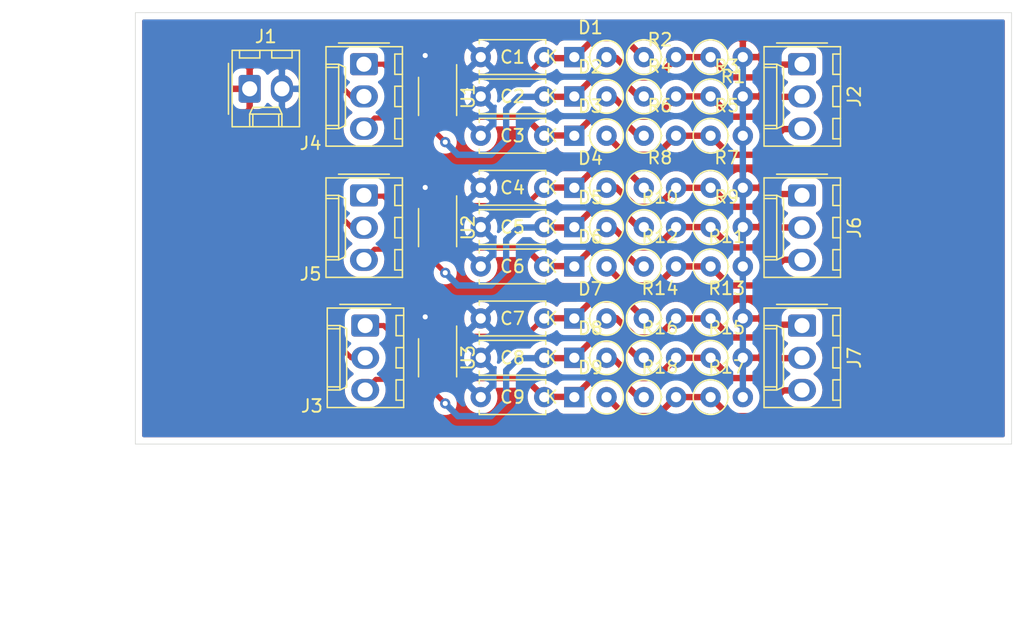
<source format=kicad_pcb>
(kicad_pcb (version 20171130) (host pcbnew 5.1.12-1.fc35)
  (layers (0 F.Cu signal) (31 B.Cu signal) (34 B.Paste user hide) (35 F.Paste user hide) (36 B.SilkS user) (37 F.SilkS user) (38 B.Mask user hide) (39 F.Mask user) (44 Edge.Cuts user))
  (net 0 "")
  (net 1 GND)
  (net 2 "Net-(J3-Pad3)")
  (net 3 "Net-(J3-Pad2)")
  (net 4 "Net-(J3-Pad1)")
  (net 5 /+5v)
  (net 6 VCC)
  (net 7 "Net-(C1-Pad2)")
  (net 8 "Net-(C2-Pad2)")
  (net 9 "Net-(C3-Pad2)")
  (net 10 "Net-(C4-Pad2)")
  (net 11 "Net-(C5-Pad2)")
  (net 12 "Net-(C6-Pad2)")
  (net 13 "Net-(C7-Pad2)")
  (net 14 "Net-(C8-Pad2)")
  (net 15 "Net-(C9-Pad2)")
  (net 16 "Net-(D1-Pad2)")
  (net 17 "Net-(D2-Pad2)")
  (net 18 "Net-(D3-Pad2)")
  (net 19 "Net-(D4-Pad2)")
  (net 20 "Net-(D5-Pad2)")
  (net 21 "Net-(D6-Pad2)")
  (net 22 "Net-(D7-Pad2)")
  (net 23 "Net-(D8-Pad2)")
  (net 24 "Net-(D9-Pad2)")
  (net 25 "Net-(J4-Pad1)")
  (net 26 "Net-(J4-Pad2)")
  (net 27 "Net-(J4-Pad3)")
  (net 28 "Net-(J5-Pad3)")
  (net 29 "Net-(J5-Pad2)")
  (net 30 "Net-(J5-Pad1)")
  (module Capacitor_THT:C_Disc_D5.0mm_W2.5mm_P5.00mm (layer F.Cu) (at 198.2 59.5)
    (fp_text reference C1 (at 2.5 0) (layer F.SilkS))
    (fp_text value 100nF)
    (pad 2 thru_hole circle (at 5 0) (size 1.6 1.6) (drill 0.8) (layers *.Cu *.Mask) (net 7 "Net-(C1-Pad2)"))
    (pad 1 thru_hole circle (at 0 0) (size 1.6 1.6) (drill 0.8) (layers *.Cu *.Mask) (net 1 GND))
  )
  (module Package_SO:SSOP-8_2.95x2.8mm_P0.65mm (layer F.Cu) (at 194.8 62.6 270)
    (fp_text reference U1 (at 0 -2.4 90) (layer F.SilkS))
    (fp_text value 74LVC3G14)
    (pad 8 smd rect (at 1.7 -0.975 180) (size 0.3 1.6) (layers F.Cu F.Paste F.Mask) (net 6 VCC))
    (pad 7 smd rect (at 1.7 -0.325 180) (size 0.3 1.6) (layers F.Cu F.Paste F.Mask) (net 25 "Net-(J4-Pad1)"))
    (pad 6 smd rect (at 1.7 0.325 180) (size 0.3 1.6) (layers F.Cu F.Paste F.Mask) (net 8 "Net-(C2-Pad2)"))
    (pad 5 smd rect (at 1.7 0.975 180) (size 0.3 1.6) (layers F.Cu F.Paste F.Mask) (net 27 "Net-(J4-Pad3)"))
    (pad 4 smd rect (at -1.7 0.975 180) (size 0.3 1.6) (layers F.Cu F.Paste F.Mask) (net 1 GND))
    (pad 3 smd rect (at -1.7 0.325 180) (size 0.3 1.6) (layers F.Cu F.Paste F.Mask) (net 9 "Net-(C3-Pad2)"))
    (pad 2 smd rect (at -1.7 -0.325 180) (size 0.3 1.6) (layers F.Cu F.Paste F.Mask) (net 26 "Net-(J4-Pad2)"))
    (pad 1 smd rect (at -1.7 -0.975 180) (size 0.3 1.6) (layers F.Cu F.Paste F.Mask) (net 7 "Net-(C1-Pad2)"))
  )
  (module Resistor_THT:R_Axial_DIN0207_L6.3mm_D2.5mm_P2.54mm_Vertical (layer F.Cu) (at 216.3 59.5)
    (fp_text reference R1 (at 1.77 1.53) (layer F.SilkS))
    (fp_text value 82K)
    (pad 2 thru_hole oval (at 2.54 0) (size 1.6 1.6) (drill 0.8) (layers *.Cu *.Mask) (net 5 /+5v))
    (pad 1 thru_hole circle (at 0 0) (size 1.6 1.6) (drill 0.8) (layers *.Cu *.Mask) (net 16 "Net-(D1-Pad2)"))
  )
  (module Resistor_THT:R_Axial_DIN0207_L6.3mm_D2.5mm_P2.54mm_Vertical (layer F.Cu) (at 211.041166 59.5)
    (fp_text reference R2 (at 1.27 -1.37) (layer F.SilkS))
    (fp_text value 18K2)
    (pad 1 thru_hole circle (at 0 0) (size 1.6 1.6) (drill 0.8) (layers *.Cu *.Mask) (net 7 "Net-(C1-Pad2)"))
    (pad 2 thru_hole oval (at 2.54 0) (size 1.6 1.6) (drill 0.8) (layers *.Cu *.Mask) (net 16 "Net-(D1-Pad2)"))
  )
  (module Diode_THT:D_DO-35_SOD27_P2.54mm_Vertical_KathodeUp (layer F.Cu) (at 205.565833 59.5)
    (fp_text reference D1 (at 1.27 -2.326371) (layer F.SilkS))
    (fp_text value 1N4148)
    (fp_text user K (at -1.8 0) (layer F.SilkS))
    (pad 2 thru_hole oval (at 2.54 0) (size 1.6 1.6) (drill 0.8) (layers *.Cu *.Mask) (net 16 "Net-(D1-Pad2)"))
    (pad 1 thru_hole rect (at 0 0) (size 1.6 1.6) (drill 0.8) (layers *.Cu *.Mask) (net 7 "Net-(C1-Pad2)"))
  )
  (module Connector_Molex:Molex_KK-254_AE-6410-03A_1x03_P2.54mm_Vertical (layer F.Cu) (at 223.5 60.06 270)
    (fp_text reference J2 (at 2.54 -4.12 90) (layer F.SilkS))
    (fp_text value Sig_In)
    (pad 3 thru_hole oval (at 5.08 0 270) (size 1.74 2.19) (drill 1.19) (layers *.Cu *.Mask) (net 18 "Net-(D3-Pad2)"))
    (pad 2 thru_hole oval (at 2.54 0 270) (size 1.74 2.19) (drill 1.19) (layers *.Cu *.Mask) (net 17 "Net-(D2-Pad2)"))
    (pad 1 thru_hole roundrect (at 0 0 270) (size 1.74 2.19) (drill 1.19) (layers *.Cu *.Mask) (roundrect_rratio 0.143678) (net 16 "Net-(D1-Pad2)"))
  )
  (module Capacitor_THT:C_Disc_D5.0mm_W2.5mm_P5.00mm (layer F.Cu) (at 198.2 62.6)
    (fp_text reference C2 (at 2.5 0) (layer F.SilkS))
    (fp_text value 100nF)
    (pad 2 thru_hole circle (at 5 0) (size 1.6 1.6) (drill 0.8) (layers *.Cu *.Mask) (net 8 "Net-(C2-Pad2)"))
    (pad 1 thru_hole circle (at 0 0) (size 1.6 1.6) (drill 0.8) (layers *.Cu *.Mask) (net 1 GND))
  )
  (module Capacitor_THT:C_Disc_D5.0mm_W2.5mm_P5.00mm (layer F.Cu) (at 198.2 65.7)
    (fp_text reference C3 (at 2.5 0) (layer F.SilkS))
    (fp_text value 100nF)
    (pad 1 thru_hole circle (at 0 0) (size 1.6 1.6) (drill 0.8) (layers *.Cu *.Mask) (net 1 GND))
    (pad 2 thru_hole circle (at 5 0) (size 1.6 1.6) (drill 0.8) (layers *.Cu *.Mask) (net 9 "Net-(C3-Pad2)"))
  )
  (module Capacitor_THT:C_Disc_D5.0mm_W2.5mm_P5.00mm (layer F.Cu) (at 198.2 69.8)
    (fp_text reference C4 (at 2.5 0) (layer F.SilkS))
    (fp_text value 100nF)
    (pad 2 thru_hole circle (at 5 0) (size 1.6 1.6) (drill 0.8) (layers *.Cu *.Mask) (net 10 "Net-(C4-Pad2)"))
    (pad 1 thru_hole circle (at 0 0) (size 1.6 1.6) (drill 0.8) (layers *.Cu *.Mask) (net 1 GND))
  )
  (module Capacitor_THT:C_Disc_D5.0mm_W2.5mm_P5.00mm (layer F.Cu) (at 198.2 72.9)
    (fp_text reference C5 (at 2.5 0) (layer F.SilkS))
    (fp_text value 100nF)
    (pad 1 thru_hole circle (at 0 0) (size 1.6 1.6) (drill 0.8) (layers *.Cu *.Mask) (net 1 GND))
    (pad 2 thru_hole circle (at 5 0) (size 1.6 1.6) (drill 0.8) (layers *.Cu *.Mask) (net 11 "Net-(C5-Pad2)"))
  )
  (module Capacitor_THT:C_Disc_D5.0mm_W2.5mm_P5.00mm (layer F.Cu) (at 198.2 76)
    (fp_text reference C6 (at 2.5 0) (layer F.SilkS))
    (fp_text value 100nF)
    (pad 2 thru_hole circle (at 5 0) (size 1.6 1.6) (drill 0.8) (layers *.Cu *.Mask) (net 12 "Net-(C6-Pad2)"))
    (pad 1 thru_hole circle (at 0 0) (size 1.6 1.6) (drill 0.8) (layers *.Cu *.Mask) (net 1 GND))
  )
  (module Capacitor_THT:C_Disc_D5.0mm_W2.5mm_P5.00mm (layer F.Cu) (at 198.2 80.1)
    (fp_text reference C7 (at 2.5 0) (layer F.SilkS))
    (fp_text value 100nF)
    (pad 2 thru_hole circle (at 5 0) (size 1.6 1.6) (drill 0.8) (layers *.Cu *.Mask) (net 13 "Net-(C7-Pad2)"))
    (pad 1 thru_hole circle (at 0 0) (size 1.6 1.6) (drill 0.8) (layers *.Cu *.Mask) (net 1 GND))
  )
  (module Capacitor_THT:C_Disc_D5.0mm_W2.5mm_P5.00mm (layer F.Cu) (at 198.2 83.2)
    (fp_text reference C8 (at 2.5 0) (layer F.SilkS))
    (fp_text value 100nF)
    (pad 1 thru_hole circle (at 0 0) (size 1.6 1.6) (drill 0.8) (layers *.Cu *.Mask) (net 1 GND))
    (pad 2 thru_hole circle (at 5 0) (size 1.6 1.6) (drill 0.8) (layers *.Cu *.Mask) (net 14 "Net-(C8-Pad2)"))
  )
  (module Capacitor_THT:C_Disc_D5.0mm_W2.5mm_P5.00mm (layer F.Cu) (at 198.2 86.3)
    (fp_text reference C9 (at 2.5 0) (layer F.SilkS))
    (fp_text value 100nF)
    (pad 1 thru_hole circle (at 0 0) (size 1.6 1.6) (drill 0.8) (layers *.Cu *.Mask) (net 1 GND))
    (pad 2 thru_hole circle (at 5 0) (size 1.6 1.6) (drill 0.8) (layers *.Cu *.Mask) (net 15 "Net-(C9-Pad2)"))
  )
  (module Diode_THT:D_DO-35_SOD27_P2.54mm_Vertical_KathodeUp (layer F.Cu) (at 205.565833 62.6)
    (fp_text reference D2 (at 1.27 -2.326371) (layer F.SilkS))
    (fp_text value 1N4148)
    (fp_text user K (at -1.8 0) (layer F.SilkS))
    (pad 2 thru_hole oval (at 2.54 0) (size 1.6 1.6) (drill 0.8) (layers *.Cu *.Mask) (net 17 "Net-(D2-Pad2)"))
    (pad 1 thru_hole rect (at 0 0) (size 1.6 1.6) (drill 0.8) (layers *.Cu *.Mask) (net 8 "Net-(C2-Pad2)"))
  )
  (module Diode_THT:D_DO-35_SOD27_P2.54mm_Vertical_KathodeUp (layer F.Cu) (at 205.565833 65.7)
    (fp_text reference D3 (at 1.27 -2.326371) (layer F.SilkS))
    (fp_text value 1N4148)
    (fp_text user K (at -1.8 0) (layer F.SilkS))
    (pad 1 thru_hole rect (at 0 0) (size 1.6 1.6) (drill 0.8) (layers *.Cu *.Mask) (net 9 "Net-(C3-Pad2)"))
    (pad 2 thru_hole oval (at 2.54 0) (size 1.6 1.6) (drill 0.8) (layers *.Cu *.Mask) (net 18 "Net-(D3-Pad2)"))
  )
  (module Diode_THT:D_DO-35_SOD27_P2.54mm_Vertical_KathodeUp (layer F.Cu) (at 205.565833 69.8)
    (fp_text reference D4 (at 1.27 -2.326371) (layer F.SilkS))
    (fp_text value 1N4148)
    (fp_text user K (at -1.8 0) (layer F.SilkS))
    (pad 2 thru_hole oval (at 2.54 0) (size 1.6 1.6) (drill 0.8) (layers *.Cu *.Mask) (net 19 "Net-(D4-Pad2)"))
    (pad 1 thru_hole rect (at 0 0) (size 1.6 1.6) (drill 0.8) (layers *.Cu *.Mask) (net 10 "Net-(C4-Pad2)"))
  )
  (module Diode_THT:D_DO-35_SOD27_P2.54mm_Vertical_KathodeUp (layer F.Cu) (at 205.565833 72.9)
    (fp_text reference D5 (at 1.27 -2.326371) (layer F.SilkS))
    (fp_text value 1N4148)
    (fp_text user K (at -1.8 0) (layer F.SilkS))
    (pad 2 thru_hole oval (at 2.54 0) (size 1.6 1.6) (drill 0.8) (layers *.Cu *.Mask) (net 20 "Net-(D5-Pad2)"))
    (pad 1 thru_hole rect (at 0 0) (size 1.6 1.6) (drill 0.8) (layers *.Cu *.Mask) (net 11 "Net-(C5-Pad2)"))
  )
  (module Diode_THT:D_DO-35_SOD27_P2.54mm_Vertical_KathodeUp (layer F.Cu) (at 205.565833 76)
    (fp_text reference D6 (at 1.27 -2.326371) (layer F.SilkS))
    (fp_text value 1N4148)
    (fp_text user K (at -1.8 0) (layer F.SilkS))
    (pad 1 thru_hole rect (at 0 0) (size 1.6 1.6) (drill 0.8) (layers *.Cu *.Mask) (net 12 "Net-(C6-Pad2)"))
    (pad 2 thru_hole oval (at 2.54 0) (size 1.6 1.6) (drill 0.8) (layers *.Cu *.Mask) (net 21 "Net-(D6-Pad2)"))
  )
  (module Diode_THT:D_DO-35_SOD27_P2.54mm_Vertical_KathodeUp (layer F.Cu) (at 205.565833 80.1)
    (fp_text reference D7 (at 1.27 -2.326371) (layer F.SilkS))
    (fp_text value 1N4148)
    (fp_text user K (at -1.8 0) (layer F.SilkS))
    (pad 1 thru_hole rect (at 0 0) (size 1.6 1.6) (drill 0.8) (layers *.Cu *.Mask) (net 13 "Net-(C7-Pad2)"))
    (pad 2 thru_hole oval (at 2.54 0) (size 1.6 1.6) (drill 0.8) (layers *.Cu *.Mask) (net 22 "Net-(D7-Pad2)"))
  )
  (module Diode_THT:D_DO-35_SOD27_P2.54mm_Vertical_KathodeUp (layer F.Cu) (at 205.565833 83.2)
    (fp_text reference D8 (at 1.27 -2.326371) (layer F.SilkS))
    (fp_text value 1N4148)
    (fp_text user K (at -1.8 0) (layer F.SilkS))
    (pad 2 thru_hole oval (at 2.54 0) (size 1.6 1.6) (drill 0.8) (layers *.Cu *.Mask) (net 23 "Net-(D8-Pad2)"))
    (pad 1 thru_hole rect (at 0 0) (size 1.6 1.6) (drill 0.8) (layers *.Cu *.Mask) (net 14 "Net-(C8-Pad2)"))
  )
  (module Diode_THT:D_DO-35_SOD27_P2.54mm_Vertical_KathodeUp (layer F.Cu) (at 205.565833 86.3)
    (fp_text reference D9 (at 1.27 -2.326371) (layer F.SilkS))
    (fp_text value 1N4148)
    (fp_text user K (at -1.8 0) (layer F.SilkS))
    (pad 1 thru_hole rect (at 0 0) (size 1.6 1.6) (drill 0.8) (layers *.Cu *.Mask) (net 15 "Net-(C9-Pad2)"))
    (pad 2 thru_hole oval (at 2.54 0) (size 1.6 1.6) (drill 0.8) (layers *.Cu *.Mask) (net 24 "Net-(D9-Pad2)"))
  )
  (module Resistor_THT:R_Axial_DIN0207_L6.3mm_D2.5mm_P2.54mm_Vertical (layer F.Cu) (at 216.3 62.6)
    (fp_text reference R3 (at 1.27 -2.37) (layer F.SilkS))
    (fp_text value 82K)
    (pad 1 thru_hole circle (at 0 0) (size 1.6 1.6) (drill 0.8) (layers *.Cu *.Mask) (net 17 "Net-(D2-Pad2)"))
    (pad 2 thru_hole oval (at 2.54 0) (size 1.6 1.6) (drill 0.8) (layers *.Cu *.Mask) (net 5 /+5v))
  )
  (module Resistor_THT:R_Axial_DIN0207_L6.3mm_D2.5mm_P2.54mm_Vertical (layer F.Cu) (at 211.041166 62.6)
    (fp_text reference R4 (at 1.27 -2.37) (layer F.SilkS))
    (fp_text value 18K2)
    (pad 2 thru_hole oval (at 2.54 0) (size 1.6 1.6) (drill 0.8) (layers *.Cu *.Mask) (net 17 "Net-(D2-Pad2)"))
    (pad 1 thru_hole circle (at 0 0) (size 1.6 1.6) (drill 0.8) (layers *.Cu *.Mask) (net 8 "Net-(C2-Pad2)"))
  )
  (module Resistor_THT:R_Axial_DIN0207_L6.3mm_D2.5mm_P2.54mm_Vertical (layer F.Cu) (at 216.3 65.7)
    (fp_text reference R5 (at 1.27 -2.37) (layer F.SilkS))
    (fp_text value 82K)
    (pad 1 thru_hole circle (at 0 0) (size 1.6 1.6) (drill 0.8) (layers *.Cu *.Mask) (net 18 "Net-(D3-Pad2)"))
    (pad 2 thru_hole oval (at 2.54 0) (size 1.6 1.6) (drill 0.8) (layers *.Cu *.Mask) (net 5 /+5v))
  )
  (module Resistor_THT:R_Axial_DIN0207_L6.3mm_D2.5mm_P2.54mm_Vertical (layer F.Cu) (at 211.041166 65.7)
    (fp_text reference R6 (at 1.27 -2.37) (layer F.SilkS))
    (fp_text value 18K2)
    (pad 2 thru_hole oval (at 2.54 0) (size 1.6 1.6) (drill 0.8) (layers *.Cu *.Mask) (net 18 "Net-(D3-Pad2)"))
    (pad 1 thru_hole circle (at 0 0) (size 1.6 1.6) (drill 0.8) (layers *.Cu *.Mask) (net 9 "Net-(C3-Pad2)"))
  )
  (module Resistor_THT:R_Axial_DIN0207_L6.3mm_D2.5mm_P2.54mm_Vertical (layer F.Cu) (at 216.3 69.8)
    (fp_text reference R7 (at 1.27 -2.37) (layer F.SilkS))
    (fp_text value 82K)
    (pad 1 thru_hole circle (at 0 0) (size 1.6 1.6) (drill 0.8) (layers *.Cu *.Mask) (net 19 "Net-(D4-Pad2)"))
    (pad 2 thru_hole oval (at 2.54 0) (size 1.6 1.6) (drill 0.8) (layers *.Cu *.Mask) (net 5 /+5v))
  )
  (module Resistor_THT:R_Axial_DIN0207_L6.3mm_D2.5mm_P2.54mm_Vertical (layer F.Cu) (at 211.041166 69.8)
    (fp_text reference R8 (at 1.27 -2.37) (layer F.SilkS))
    (fp_text value 18K2)
    (pad 2 thru_hole oval (at 2.54 0) (size 1.6 1.6) (drill 0.8) (layers *.Cu *.Mask) (net 19 "Net-(D4-Pad2)"))
    (pad 1 thru_hole circle (at 0 0) (size 1.6 1.6) (drill 0.8) (layers *.Cu *.Mask) (net 10 "Net-(C4-Pad2)"))
  )
  (module Resistor_THT:R_Axial_DIN0207_L6.3mm_D2.5mm_P2.54mm_Vertical (layer F.Cu) (at 216.3 72.9)
    (fp_text reference R9 (at 1.27 -2.37) (layer F.SilkS))
    (fp_text value 82K)
    (pad 1 thru_hole circle (at 0 0) (size 1.6 1.6) (drill 0.8) (layers *.Cu *.Mask) (net 20 "Net-(D5-Pad2)"))
    (pad 2 thru_hole oval (at 2.54 0) (size 1.6 1.6) (drill 0.8) (layers *.Cu *.Mask) (net 5 /+5v))
  )
  (module Resistor_THT:R_Axial_DIN0207_L6.3mm_D2.5mm_P2.54mm_Vertical (layer F.Cu) (at 211.041166 72.9)
    (fp_text reference R10 (at 1.27 -2.37) (layer F.SilkS))
    (fp_text value 18K2)
    (pad 2 thru_hole oval (at 2.54 0) (size 1.6 1.6) (drill 0.8) (layers *.Cu *.Mask) (net 20 "Net-(D5-Pad2)"))
    (pad 1 thru_hole circle (at 0 0) (size 1.6 1.6) (drill 0.8) (layers *.Cu *.Mask) (net 11 "Net-(C5-Pad2)"))
  )
  (module Resistor_THT:R_Axial_DIN0207_L6.3mm_D2.5mm_P2.54mm_Vertical (layer F.Cu) (at 216.3 76)
    (fp_text reference R11 (at 1.27 -2.37) (layer F.SilkS))
    (fp_text value 82K)
    (pad 1 thru_hole circle (at 0 0) (size 1.6 1.6) (drill 0.8) (layers *.Cu *.Mask) (net 21 "Net-(D6-Pad2)"))
    (pad 2 thru_hole oval (at 2.54 0) (size 1.6 1.6) (drill 0.8) (layers *.Cu *.Mask) (net 5 /+5v))
  )
  (module Resistor_THT:R_Axial_DIN0207_L6.3mm_D2.5mm_P2.54mm_Vertical (layer F.Cu) (at 211.041166 76)
    (fp_text reference R12 (at 1.27 -2.37) (layer F.SilkS))
    (fp_text value 18K2)
    (pad 1 thru_hole circle (at 0 0) (size 1.6 1.6) (drill 0.8) (layers *.Cu *.Mask) (net 12 "Net-(C6-Pad2)"))
    (pad 2 thru_hole oval (at 2.54 0) (size 1.6 1.6) (drill 0.8) (layers *.Cu *.Mask) (net 21 "Net-(D6-Pad2)"))
  )
  (module Resistor_THT:R_Axial_DIN0207_L6.3mm_D2.5mm_P2.54mm_Vertical (layer F.Cu) (at 216.3 80.1)
    (fp_text reference R13 (at 1.27 -2.37) (layer F.SilkS))
    (fp_text value 82K)
    (pad 1 thru_hole circle (at 0 0) (size 1.6 1.6) (drill 0.8) (layers *.Cu *.Mask) (net 22 "Net-(D7-Pad2)"))
    (pad 2 thru_hole oval (at 2.54 0) (size 1.6 1.6) (drill 0.8) (layers *.Cu *.Mask) (net 5 /+5v))
  )
  (module Resistor_THT:R_Axial_DIN0207_L6.3mm_D2.5mm_P2.54mm_Vertical (layer F.Cu) (at 211.041166 80.1)
    (fp_text reference R14 (at 1.27 -2.37) (layer F.SilkS))
    (fp_text value 18K2)
    (pad 2 thru_hole oval (at 2.54 0) (size 1.6 1.6) (drill 0.8) (layers *.Cu *.Mask) (net 22 "Net-(D7-Pad2)"))
    (pad 1 thru_hole circle (at 0 0) (size 1.6 1.6) (drill 0.8) (layers *.Cu *.Mask) (net 13 "Net-(C7-Pad2)"))
  )
  (module Resistor_THT:R_Axial_DIN0207_L6.3mm_D2.5mm_P2.54mm_Vertical (layer F.Cu) (at 216.3 83.2)
    (fp_text reference R15 (at 1.27 -2.37) (layer F.SilkS))
    (fp_text value 82K)
    (pad 1 thru_hole circle (at 0 0) (size 1.6 1.6) (drill 0.8) (layers *.Cu *.Mask) (net 23 "Net-(D8-Pad2)"))
    (pad 2 thru_hole oval (at 2.54 0) (size 1.6 1.6) (drill 0.8) (layers *.Cu *.Mask) (net 5 /+5v))
  )
  (module Resistor_THT:R_Axial_DIN0207_L6.3mm_D2.5mm_P2.54mm_Vertical (layer F.Cu) (at 211.041166 83.2)
    (fp_text reference R16 (at 1.27 -2.37) (layer F.SilkS))
    (fp_text value 18K2)
    (pad 2 thru_hole oval (at 2.54 0) (size 1.6 1.6) (drill 0.8) (layers *.Cu *.Mask) (net 23 "Net-(D8-Pad2)"))
    (pad 1 thru_hole circle (at 0 0) (size 1.6 1.6) (drill 0.8) (layers *.Cu *.Mask) (net 14 "Net-(C8-Pad2)"))
  )
  (module Resistor_THT:R_Axial_DIN0207_L6.3mm_D2.5mm_P2.54mm_Vertical (layer F.Cu) (at 216.3 86.3)
    (fp_text reference R17 (at 1.27 -2.37) (layer F.SilkS))
    (fp_text value 82K)
    (pad 2 thru_hole oval (at 2.54 0) (size 1.6 1.6) (drill 0.8) (layers *.Cu *.Mask) (net 5 /+5v))
    (pad 1 thru_hole circle (at 0 0) (size 1.6 1.6) (drill 0.8) (layers *.Cu *.Mask) (net 24 "Net-(D9-Pad2)"))
  )
  (module Resistor_THT:R_Axial_DIN0207_L6.3mm_D2.5mm_P2.54mm_Vertical (layer F.Cu) (at 211.041166 86.3)
    (fp_text reference R18 (at 1.27 -2.37) (layer F.SilkS))
    (fp_text value 18K2)
    (pad 2 thru_hole oval (at 2.54 0) (size 1.6 1.6) (drill 0.8) (layers *.Cu *.Mask) (net 24 "Net-(D9-Pad2)"))
    (pad 1 thru_hole circle (at 0 0) (size 1.6 1.6) (drill 0.8) (layers *.Cu *.Mask) (net 15 "Net-(C9-Pad2)"))
  )
  (module Package_SO:SSOP-8_2.95x2.8mm_P0.65mm (layer F.Cu) (at 194.8 72.94 270)
    (fp_text reference U2 (at 0 -2.4 90) (layer F.SilkS))
    (fp_text value 74LVC3G14)
    (pad 1 smd rect (at -1.7 -0.975 180) (size 0.3 1.6) (layers F.Cu F.Paste F.Mask) (net 10 "Net-(C4-Pad2)"))
    (pad 2 smd rect (at -1.7 -0.325 180) (size 0.3 1.6) (layers F.Cu F.Paste F.Mask) (net 29 "Net-(J5-Pad2)"))
    (pad 3 smd rect (at -1.7 0.325 180) (size 0.3 1.6) (layers F.Cu F.Paste F.Mask) (net 12 "Net-(C6-Pad2)"))
    (pad 4 smd rect (at -1.7 0.975 180) (size 0.3 1.6) (layers F.Cu F.Paste F.Mask) (net 1 GND))
    (pad 5 smd rect (at 1.7 0.975 180) (size 0.3 1.6) (layers F.Cu F.Paste F.Mask) (net 28 "Net-(J5-Pad3)"))
    (pad 6 smd rect (at 1.7 0.325 180) (size 0.3 1.6) (layers F.Cu F.Paste F.Mask) (net 11 "Net-(C5-Pad2)"))
    (pad 7 smd rect (at 1.7 -0.325 180) (size 0.3 1.6) (layers F.Cu F.Paste F.Mask) (net 30 "Net-(J5-Pad1)"))
    (pad 8 smd rect (at 1.7 -0.975 180) (size 0.3 1.6) (layers F.Cu F.Paste F.Mask) (net 6 VCC))
  )
  (module Package_SO:SSOP-8_2.95x2.8mm_P0.65mm (layer F.Cu) (at 194.8 83.2 270)
    (fp_text reference U3 (at 0 -2.4 90) (layer F.SilkS))
    (fp_text value 74LVC3G14)
    (pad 8 smd rect (at 1.7 -0.975 180) (size 0.3 1.6) (layers F.Cu F.Paste F.Mask) (net 6 VCC))
    (pad 7 smd rect (at 1.7 -0.325 180) (size 0.3 1.6) (layers F.Cu F.Paste F.Mask) (net 4 "Net-(J3-Pad1)"))
    (pad 6 smd rect (at 1.7 0.325 180) (size 0.3 1.6) (layers F.Cu F.Paste F.Mask) (net 14 "Net-(C8-Pad2)"))
    (pad 5 smd rect (at 1.7 0.975 180) (size 0.3 1.6) (layers F.Cu F.Paste F.Mask) (net 2 "Net-(J3-Pad3)"))
    (pad 4 smd rect (at -1.7 0.975 180) (size 0.3 1.6) (layers F.Cu F.Paste F.Mask) (net 1 GND))
    (pad 3 smd rect (at -1.7 0.325 180) (size 0.3 1.6) (layers F.Cu F.Paste F.Mask) (net 15 "Net-(C9-Pad2)"))
    (pad 2 smd rect (at -1.7 -0.325 180) (size 0.3 1.6) (layers F.Cu F.Paste F.Mask) (net 3 "Net-(J3-Pad2)"))
    (pad 1 smd rect (at -1.7 -0.975 180) (size 0.3 1.6) (layers F.Cu F.Paste F.Mask) (net 13 "Net-(C7-Pad2)"))
  )
  (module Connector_Molex:Molex_KK-254_AE-6410-02A_1x02_P2.54mm_Vertical (layer F.Cu) (at 180 62)
    (fp_text reference J1 (at 1.27 -4.12) (layer F.SilkS))
    (fp_text value Pwr)
    (pad 1 thru_hole roundrect (at 0 0) (size 1.74 2.19) (drill 1.19) (layers *.Cu *.Mask) (roundrect_rratio 0.143678) (net 5 /+5v))
    (pad 2 thru_hole oval (at 2.54 0) (size 1.74 2.19) (drill 1.19) (layers *.Cu *.Mask) (net 1 GND))
  )
  (module Connector_Molex:Molex_KK-254_AE-6410-03A_1x03_P2.54mm_Vertical (layer F.Cu) (at 189.1 80.66 270)
    (fp_text reference J3 (at 6.34 4.2 180) (layer F.SilkS))
    (fp_text value Trig_Out)
    (pad 1 thru_hole roundrect (at 0 0 270) (size 1.74 2.19) (drill 1.19) (layers *.Cu *.Mask) (roundrect_rratio 0.143678) (net 4 "Net-(J3-Pad1)"))
    (pad 2 thru_hole oval (at 2.54 0 270) (size 1.74 2.19) (drill 1.19) (layers *.Cu *.Mask) (net 3 "Net-(J3-Pad2)"))
    (pad 3 thru_hole oval (at 5.08 0 270) (size 1.74 2.19) (drill 1.19) (layers *.Cu *.Mask) (net 2 "Net-(J3-Pad3)"))
  )
  (module Connector_Molex:Molex_KK-254_AE-6410-03A_1x03_P2.54mm_Vertical (layer F.Cu) (at 189 60.06 270)
    (fp_text reference J4 (at 6.24 4.2 180) (layer F.SilkS))
    (fp_text value Trig_Out)
    (pad 1 thru_hole roundrect (at 0 0 270) (size 1.74 2.19) (drill 1.19) (layers *.Cu *.Mask) (roundrect_rratio 0.143678) (net 25 "Net-(J4-Pad1)"))
    (pad 2 thru_hole oval (at 2.54 0 270) (size 1.74 2.19) (drill 1.19) (layers *.Cu *.Mask) (net 26 "Net-(J4-Pad2)"))
    (pad 3 thru_hole oval (at 5.08 0 270) (size 1.74 2.19) (drill 1.19) (layers *.Cu *.Mask) (net 27 "Net-(J4-Pad3)"))
  )
  (module Connector_Molex:Molex_KK-254_AE-6410-03A_1x03_P2.54mm_Vertical (layer F.Cu) (at 189 70.4 270)
    (fp_text reference J5 (at 6.2 4.2 180) (layer F.SilkS))
    (fp_text value Trig_Out)
    (pad 3 thru_hole oval (at 5.08 0 270) (size 1.74 2.19) (drill 1.19) (layers *.Cu *.Mask) (net 28 "Net-(J5-Pad3)"))
    (pad 2 thru_hole oval (at 2.54 0 270) (size 1.74 2.19) (drill 1.19) (layers *.Cu *.Mask) (net 29 "Net-(J5-Pad2)"))
    (pad 1 thru_hole roundrect (at 0 0 270) (size 1.74 2.19) (drill 1.19) (layers *.Cu *.Mask) (roundrect_rratio 0.143678) (net 30 "Net-(J5-Pad1)"))
  )
  (module Connector_Molex:Molex_KK-254_AE-6410-03A_1x03_P2.54mm_Vertical (layer F.Cu) (at 223.5 70.4 270)
    (fp_text reference J6 (at 2.54 -4.12 90) (layer F.SilkS))
    (fp_text value Sig_In)
    (pad 3 thru_hole oval (at 5.08 0 270) (size 1.74 2.19) (drill 1.19) (layers *.Cu *.Mask) (net 21 "Net-(D6-Pad2)"))
    (pad 2 thru_hole oval (at 2.54 0 270) (size 1.74 2.19) (drill 1.19) (layers *.Cu *.Mask) (net 20 "Net-(D5-Pad2)"))
    (pad 1 thru_hole roundrect (at 0 0 270) (size 1.74 2.19) (drill 1.19) (layers *.Cu *.Mask) (roundrect_rratio 0.143678) (net 19 "Net-(D4-Pad2)"))
  )
  (module Connector_Molex:Molex_KK-254_AE-6410-03A_1x03_P2.54mm_Vertical (layer F.Cu) (at 223.5 80.66 270)
    (fp_text reference J7 (at 2.54 -4.12 90) (layer F.SilkS))
    (fp_text value Sig_In)
    (pad 1 thru_hole roundrect (at 0 0 270) (size 1.74 2.19) (drill 1.19) (layers *.Cu *.Mask) (roundrect_rratio 0.143678) (net 22 "Net-(D7-Pad2)"))
    (pad 2 thru_hole oval (at 2.54 0 270) (size 1.74 2.19) (drill 1.19) (layers *.Cu *.Mask) (net 23 "Net-(D8-Pad2)"))
    (pad 3 thru_hole oval (at 5.08 0 270) (size 1.74 2.19) (drill 1.19) (layers *.Cu *.Mask) (net 24 "Net-(D9-Pad2)"))
  )
  (gr_line (start 171 90) (end 240 90) (layer Edge.Cuts) (width 0.05))
  (gr_line (start 240 90) (end 240 56) (layer Edge.Cuts) (width 0.05))
  (gr_line (start 171 90) (end 171 56) (layer Edge.Cuts) (width 0.05))
  (gr_line (start 171 56) (end 240 56) (layer Edge.Cuts) (width 0.05))
  (segment (start 193.892002 78.8) (end 195.125 80.032998) (width 0.4) (layer F.Cu) (net 3))
  (segment (start 195.125 80.032998) (end 195.125 81.5) (width 0.4) (layer F.Cu) (net 3))
  (segment (start 187.5 78.8) (end 193.892002 78.8) (width 0.4) (layer F.Cu) (net 3))
  (segment (start 186.7 79.6) (end 187.5 78.8) (width 0.4) (layer F.Cu) (net 3))
  (segment (start 186.7 81.9) (end 186.7 79.6) (width 0.4) (layer F.Cu) (net 3))
  (segment (start 188 83.2) (end 186.7 81.9) (width 0.4) (layer F.Cu) (net 3))
  (segment (start 189 83.2) (end 188 83.2) (width 0.4) (layer F.Cu) (net 3))
  (segment (start 193.892002 68.5) (end 195.125 69.732998) (width 0.4) (layer F.Cu) (net 29))
  (segment (start 195.125 69.732998) (end 195.125 71.2) (width 0.4) (layer F.Cu) (net 29))
  (segment (start 187.5 68.2) (end 193.892002 68.2) (width 0.4) (layer F.Cu) (net 29))
  (segment (start 186.7 69.3) (end 187.5 68.5) (width 0.4) (layer F.Cu) (net 29))
  (segment (start 186.7 71.6) (end 186.7 69.3) (width 0.4) (layer F.Cu) (net 29))
  (segment (start 188 72.9) (end 186.7 71.6) (width 0.4) (layer F.Cu) (net 29))
  (segment (start 189 72.9) (end 188 72.9) (width 0.4) (layer F.Cu) (net 29))
  (segment (start 193.825 81.5) (end 193.825 79.97499) (width 0.4) (layer F.Cu) (net 1))
  (via (at 193.825 79.97499) (size 0.8) (drill 0.4) (layers F.Cu B.Cu) (net 1))
  (segment (start 193.825 71.3) (end 193.825 69.77499) (width 0.4) (layer F.Cu) (net 1))
  (via (at 193.825 69.77499) (size 0.8) (drill 0.4) (layers F.Cu B.Cu) (net 1))
  (segment (start 209.1 74.5) (end 210.579 75.979) (width 0.5) (layer F.Cu) (net 12))
  (segment (start 207.044833 74.5) (end 209.1 74.5) (width 0.5) (layer F.Cu) (net 12))
  (segment (start 210.579 75.979) (end 211.041166 75.979) (width 0.5) (layer F.Cu) (net 12))
  (segment (start 203.148888 75.979) (end 201.669888 74.5) (width 0.5) (layer F.Cu) (net 12))
  (segment (start 195.8 72.7) (end 194.775 72.7) (width 0.5) (layer F.Cu) (net 12))
  (segment (start 201.669888 74.5) (end 197.6 74.5) (width 0.5) (layer F.Cu) (net 12))
  (segment (start 194.475 72.4) (end 194.475 71.2) (width 0.5) (layer F.Cu) (net 12))
  (segment (start 197.6 74.5) (end 195.8 72.7) (width 0.5) (layer F.Cu) (net 12))
  (segment (start 194.775 72.7) (end 194.475 72.4) (width 0.5) (layer F.Cu) (net 12))
  (segment (start 210.7025 75.979) (end 211.041166 75.979) (width 0.5) (layer F.Cu) (net 12))
  (segment (start 203.148888 75.979) (end 205.565833 75.979) (width 0.5) (layer F.Cu) (net 12))
  (segment (start 205.565833 75.979) (end 207.044833 74.5) (width 0.5) (layer F.Cu) (net 12))
  (segment (start 205.565833 83.231) (end 203.148888 83.231) (width 0.5) (layer F.Cu) (net 14))
  (segment (start 194.475 84.9) (end 194.475 85.875) (width 0.4) (layer F.Cu) (net 14))
  (segment (start 207.096833 81.7) (end 209.1 81.7) (width 0.5) (layer F.Cu) (net 14))
  (segment (start 209.1 81.7) (end 210.631 83.231) (width 0.5) (layer F.Cu) (net 14))
  (segment (start 210.631 83.231) (end 211.041166 83.231) (width 0.5) (layer F.Cu) (net 14))
  (segment (start 211.041166 83.231) (end 210.766 83.231) (width 0.5) (layer F.Cu) (net 14))
  (segment (start 203.148888 83.231) (end 201.169 83.231) (width 0.5) (layer B.Cu) (net 14))
  (segment (start 201.169 83.231) (end 200.2 84.2) (width 0.5) (layer B.Cu) (net 14))
  (segment (start 200.2 84.2) (end 200.2 86.6) (width 0.5) (layer B.Cu) (net 14))
  (segment (start 196.4 87.8) (end 195.4 86.8) (width 0.5) (layer B.Cu) (net 14))
  (via (at 195.4 86.8) (size 0.8) (drill 0.4) (layers F.Cu B.Cu) (net 14))
  (segment (start 194.475 85.875) (end 195.4 86.8) (width 0.4) (layer F.Cu) (net 14))
  (segment (start 200.2 86.6) (end 199 87.8) (width 0.5) (layer B.Cu) (net 14))
  (segment (start 205.565833 83.231) (end 207.096833 81.7) (width 0.5) (layer F.Cu) (net 14))
  (segment (start 199 87.8) (end 196.4 87.8) (width 0.5) (layer B.Cu) (net 14))
  (segment (start 205.565833 72.931) (end 203.148888 72.931) (width 0.5) (layer F.Cu) (net 11))
  (segment (start 194.475 74.6) (end 194.475 75.575) (width 0.4) (layer F.Cu) (net 11))
  (segment (start 207.096833 71.4) (end 209.1 71.4) (width 0.5) (layer F.Cu) (net 11))
  (segment (start 209.1 71.4) (end 210.631 72.931) (width 0.5) (layer F.Cu) (net 11))
  (segment (start 210.631 72.931) (end 211.041166 72.931) (width 0.5) (layer F.Cu) (net 11))
  (segment (start 211.041166 72.931) (end 210.766 72.931) (width 0.5) (layer F.Cu) (net 11))
  (segment (start 203.148888 72.931) (end 201.169 72.931) (width 0.5) (layer B.Cu) (net 11))
  (segment (start 201.169 72.931) (end 200.2 73.9) (width 0.5) (layer B.Cu) (net 11))
  (segment (start 200.2 73.9) (end 200.2 76.3) (width 0.5) (layer B.Cu) (net 11))
  (segment (start 196.4 77.5) (end 195.4 76.5) (width 0.5) (layer B.Cu) (net 11))
  (via (at 195.4 76.5) (size 0.8) (drill 0.4) (layers F.Cu B.Cu) (net 11))
  (segment (start 194.475 75.575) (end 195.4 76.5) (width 0.4) (layer F.Cu) (net 11))
  (segment (start 200.2 76.3) (end 199 77.5) (width 0.5) (layer B.Cu) (net 11))
  (segment (start 205.565833 72.931) (end 207.096833 71.4) (width 0.5) (layer F.Cu) (net 11))
  (segment (start 199 77.5) (end 196.4 77.5) (width 0.5) (layer B.Cu) (net 11))
  (segment (start 201.731888 81.5) (end 203.148888 80.083) (width 0.4) (layer F.Cu) (net 13))
  (segment (start 195.875 81.5) (end 201.731888 81.5) (width 0.4) (layer F.Cu) (net 13))
  (segment (start 201.731888 71.2) (end 203.148888 69.783) (width 0.4) (layer F.Cu) (net 10))
  (segment (start 195.875 71.2) (end 201.731888 71.2) (width 0.4) (layer F.Cu) (net 10))
  (segment (start 207.148833 68.3) (end 209.458166 68.3) (width 0.5) (layer F.Cu) (net 10))
  (segment (start 212.060166 77.5) (end 213.560166 76) (width 0.5) (layer F.Cu) (net 21))
  (segment (start 208.105833 75.979) (end 209.626833 77.5) (width 0.5) (layer F.Cu) (net 21))
  (segment (start 213.560166 76) (end 216.3 76) (width 0.5) (layer F.Cu) (net 21))
  (segment (start 209.626833 77.5) (end 212.060166 77.5) (width 0.5) (layer F.Cu) (net 21))
  (segment (start 216.3 76) (end 217.8 77.5) (width 0.5) (layer F.Cu) (net 21))
  (segment (start 222.029 75.471) (end 223.5 75.471) (width 0.5) (layer F.Cu) (net 21))
  (segment (start 220 77.5) (end 222.029 75.471) (width 0.5) (layer F.Cu) (net 21))
  (segment (start 217.8 77.5) (end 220 77.5) (width 0.5) (layer F.Cu) (net 21))
  (segment (start 212.060166 87.8) (end 213.560166 86.3) (width 0.5) (layer F.Cu) (net 24))
  (segment (start 208.105833 86.279) (end 209.626833 87.8) (width 0.5) (layer F.Cu) (net 24))
  (segment (start 213.560166 86.3) (end 216.3 86.3) (width 0.5) (layer F.Cu) (net 24))
  (segment (start 209.626833 87.8) (end 212.060166 87.8) (width 0.5) (layer F.Cu) (net 24))
  (segment (start 216.3 86.3) (end 217.8 87.8) (width 0.5) (layer F.Cu) (net 24))
  (segment (start 222.029 85.771) (end 223.5 85.771) (width 0.5) (layer F.Cu) (net 24))
  (segment (start 220 87.8) (end 222.029 85.771) (width 0.5) (layer F.Cu) (net 24))
  (segment (start 217.8 87.8) (end 220 87.8) (width 0.5) (layer F.Cu) (net 24))
  (segment (start 220 84.8) (end 221.569 83.231) (width 0.5) (layer F.Cu) (net 23))
  (segment (start 221.569 83.231) (end 223.5 83.231) (width 0.5) (layer F.Cu) (net 23))
  (segment (start 213.612166 83.2) (end 216.3 83.2) (width 0.5) (layer F.Cu) (net 23))
  (segment (start 210.2 84.8) (end 212.012166 84.8) (width 0.5) (layer F.Cu) (net 23))
  (segment (start 212.012166 84.8) (end 213.612166 83.2) (width 0.5) (layer F.Cu) (net 23))
  (segment (start 208.105833 83.231) (end 208.631 83.231) (width 0.5) (layer F.Cu) (net 23))
  (segment (start 216.3 83.2) (end 217.9 84.8) (width 0.5) (layer F.Cu) (net 23))
  (segment (start 217.9 84.8) (end 220 84.8) (width 0.5) (layer F.Cu) (net 23))
  (segment (start 208.631 83.231) (end 210.2 84.8) (width 0.5) (layer F.Cu) (net 23))
  (segment (start 220 74.5) (end 221.569 72.931) (width 0.5) (layer F.Cu) (net 20))
  (segment (start 221.569 72.931) (end 223.5 72.931) (width 0.5) (layer F.Cu) (net 20))
  (segment (start 213.612166 72.9) (end 216.3 72.9) (width 0.5) (layer F.Cu) (net 20))
  (segment (start 210.2 74.5) (end 212.012166 74.5) (width 0.5) (layer F.Cu) (net 20))
  (segment (start 212.012166 74.5) (end 213.612166 72.9) (width 0.5) (layer F.Cu) (net 20))
  (segment (start 208.105833 72.931) (end 208.631 72.931) (width 0.5) (layer F.Cu) (net 20))
  (segment (start 216.3 72.9) (end 217.9 74.5) (width 0.5) (layer F.Cu) (net 20))
  (segment (start 217.9 74.5) (end 220 74.5) (width 0.5) (layer F.Cu) (net 20))
  (segment (start 208.631 72.931) (end 210.2 74.5) (width 0.5) (layer F.Cu) (net 20))
  (segment (start 193.825 60.9) (end 193.825 59.37499) (width 0.4) (layer F.Cu) (net 1))
  (via (at 193.825 59.37499) (size 0.8) (drill 0.4) (layers F.Cu B.Cu) (net 1))
  (segment (start 189.94 84.9) (end 193.825 84.9) (width 0.4) (layer F.Cu) (net 2))
  (segment (start 189.1 85.74) (end 189.94 84.9) (width 0.4) (layer F.Cu) (net 2))
  (segment (start 190.56 80.66) (end 189.1 80.66) (width 0.4) (layer F.Cu) (net 4))
  (segment (start 193.5 83.6) (end 190.56 80.66) (width 0.4) (layer F.Cu) (net 4))
  (segment (start 194.745002 83.6) (end 193.5 83.6) (width 0.4) (layer F.Cu) (net 4))
  (segment (start 195.125 83.979998) (end 194.745002 83.6) (width 0.4) (layer F.Cu) (net 4))
  (segment (start 195.125 85) (end 195.125 83.979998) (width 0.4) (layer F.Cu) (net 4))
  (segment (start 218.84 59.8) (end 218.84 86) (width 0.5) (layer B.Cu) (net 5))
  (segment (start 203.148888 59.583) (end 205.565833 59.583) (width 0.5) (layer F.Cu) (net 7))
  (segment (start 201.731888 61) (end 203.148888 59.583) (width 0.4) (layer F.Cu) (net 7))
  (segment (start 195.875 61) (end 201.731888 61) (width 0.4) (layer F.Cu) (net 7))
  (segment (start 209.458166 58) (end 211.041166 59.583) (width 0.5) (layer F.Cu) (net 7))
  (segment (start 207.148833 58) (end 209.458166 58) (width 0.5) (layer F.Cu) (net 7))
  (segment (start 205.565833 59.583) (end 207.148833 58) (width 0.5) (layer F.Cu) (net 7))
  (segment (start 205.565833 62.631) (end 203.148888 62.631) (width 0.5) (layer F.Cu) (net 8))
  (segment (start 194.475 64.3) (end 194.475 65.275) (width 0.4) (layer F.Cu) (net 8))
  (segment (start 207.096833 61.1) (end 209.1 61.1) (width 0.5) (layer F.Cu) (net 8))
  (segment (start 209.1 61.1) (end 210.631 62.631) (width 0.5) (layer F.Cu) (net 8))
  (segment (start 210.631 62.631) (end 211.041166 62.631) (width 0.5) (layer F.Cu) (net 8))
  (segment (start 211.041166 62.631) (end 210.766 62.631) (width 0.5) (layer F.Cu) (net 8))
  (segment (start 203.148888 62.631) (end 201.169 62.631) (width 0.5) (layer B.Cu) (net 8))
  (segment (start 201.169 62.631) (end 200.2 63.6) (width 0.5) (layer B.Cu) (net 8))
  (segment (start 200.2 63.6) (end 200.2 66) (width 0.5) (layer B.Cu) (net 8))
  (segment (start 196.4 67.2) (end 195.4 66.2) (width 0.5) (layer B.Cu) (net 8))
  (via (at 195.4 66.2) (size 0.8) (drill 0.4) (layers F.Cu B.Cu) (net 8))
  (segment (start 194.475 65.275) (end 195.4 66.2) (width 0.4) (layer F.Cu) (net 8))
  (segment (start 200.2 66) (end 199 67.2) (width 0.5) (layer B.Cu) (net 8))
  (segment (start 205.565833 62.631) (end 207.096833 61.1) (width 0.5) (layer F.Cu) (net 8))
  (segment (start 199 67.2) (end 196.4 67.2) (width 0.5) (layer B.Cu) (net 8))
  (segment (start 194.624989 62.349989) (end 194.475 62.2) (width 0.5) (layer F.Cu) (net 9))
  (segment (start 205.565833 65.679) (end 203.148888 65.679) (width 0.5) (layer F.Cu) (net 9))
  (segment (start 209.1 64.2) (end 207.044833 64.2) (width 0.5) (layer F.Cu) (net 9))
  (segment (start 194.475 62.2) (end 194.475 60.9) (width 0.5) (layer F.Cu) (net 9))
  (segment (start 195.749989 62.349989) (end 194.624989 62.349989) (width 0.5) (layer F.Cu) (net 9))
  (segment (start 201.669888 64.2) (end 197.6 64.2) (width 0.5) (layer F.Cu) (net 9))
  (segment (start 203.148888 65.679) (end 201.669888 64.2) (width 0.5) (layer F.Cu) (net 9))
  (segment (start 207.044833 64.2) (end 205.565833 65.679) (width 0.5) (layer F.Cu) (net 9))
  (segment (start 197.6 64.2) (end 195.749989 62.349989) (width 0.5) (layer F.Cu) (net 9))
  (segment (start 210.579 65.679) (end 209.1 64.2) (width 0.5) (layer F.Cu) (net 9))
  (segment (start 210.7025 65.679) (end 210.579 65.679) (width 0.5) (layer F.Cu) (net 9))
  (segment (start 205.665833 69.783) (end 207.148833 68.3) (width 0.5) (layer F.Cu) (net 10))
  (segment (start 203.148888 69.783) (end 205.665833 69.783) (width 0.5) (layer F.Cu) (net 10))
  (segment (start 209.558166 68.3) (end 211.041166 69.783) (width 0.5) (layer F.Cu) (net 10))
  (segment (start 209.458166 68.3) (end 209.558166 68.3) (width 0.5) (layer F.Cu) (net 10))
  (segment (start 209.558166 78.6) (end 211.041166 80.083) (width 0.5) (layer F.Cu) (net 13))
  (segment (start 207.048833 78.6) (end 209.558166 78.6) (width 0.5) (layer F.Cu) (net 13))
  (segment (start 205.565833 80.083) (end 207.048833 78.6) (width 0.5) (layer F.Cu) (net 13))
  (segment (start 203.148888 80.083) (end 205.565833 80.083) (width 0.5) (layer F.Cu) (net 13))
  (segment (start 194.475 82.8) (end 194.475 81.5) (width 0.5) (layer F.Cu) (net 15))
  (segment (start 197.6 84.8) (end 195.749989 82.949989) (width 0.5) (layer F.Cu) (net 15))
  (segment (start 205.565833 86.279) (end 203.148888 86.279) (width 0.5) (layer F.Cu) (net 15))
  (segment (start 194.624989 82.949989) (end 194.475 82.8) (width 0.5) (layer F.Cu) (net 15))
  (segment (start 203.148888 86.279) (end 201.669888 84.8) (width 0.5) (layer F.Cu) (net 15))
  (segment (start 209.1 84.8) (end 207.044833 84.8) (width 0.5) (layer F.Cu) (net 15))
  (segment (start 201.669888 84.8) (end 197.6 84.8) (width 0.5) (layer F.Cu) (net 15))
  (segment (start 210.579 86.279) (end 209.1 84.8) (width 0.5) (layer F.Cu) (net 15))
  (segment (start 210.7025 86.279) (end 210.579 86.279) (width 0.5) (layer F.Cu) (net 15))
  (segment (start 207.044833 84.8) (end 205.565833 86.279) (width 0.5) (layer F.Cu) (net 15))
  (segment (start 195.749989 82.949989) (end 194.624989 82.949989) (width 0.5) (layer F.Cu) (net 15))
  (segment (start 221.409 60.091) (end 223.5 60.091) (width 0.5) (layer F.Cu) (net 16))
  (segment (start 216.3 59.5) (end 217.9 61.1) (width 0.5) (layer F.Cu) (net 16))
  (segment (start 220.4 61.1) (end 221.409 60.091) (width 0.5) (layer F.Cu) (net 16))
  (segment (start 217.9 61.1) (end 220.4 61.1) (width 0.5) (layer F.Cu) (net 16))
  (segment (start 212.064166 61.1) (end 213.664166 59.5) (width 0.5) (layer F.Cu) (net 16))
  (segment (start 210.4 61.1) (end 212.064166 61.1) (width 0.5) (layer F.Cu) (net 16))
  (segment (start 208.883 59.583) (end 210.4 61.1) (width 0.5) (layer F.Cu) (net 16))
  (segment (start 213.664166 59.5) (end 216.3 59.5) (width 0.5) (layer F.Cu) (net 16))
  (segment (start 208.105833 59.583) (end 208.883 59.583) (width 0.5) (layer F.Cu) (net 16))
  (segment (start 220 64.2) (end 221.569 62.631) (width 0.5) (layer F.Cu) (net 17))
  (segment (start 217.9 64.2) (end 220 64.2) (width 0.5) (layer F.Cu) (net 17))
  (segment (start 216.3 62.6) (end 217.9 64.2) (width 0.5) (layer F.Cu) (net 17))
  (segment (start 213.612166 62.6) (end 216.3 62.6) (width 0.5) (layer F.Cu) (net 17))
  (segment (start 210.2 64.2) (end 212.012166 64.2) (width 0.5) (layer F.Cu) (net 17))
  (segment (start 212.012166 64.2) (end 213.612166 62.6) (width 0.5) (layer F.Cu) (net 17))
  (segment (start 208.631 62.631) (end 210.2 64.2) (width 0.5) (layer F.Cu) (net 17))
  (segment (start 221.569 62.631) (end 223.5 62.631) (width 0.5) (layer F.Cu) (net 17))
  (segment (start 208.105833 62.631) (end 208.631 62.631) (width 0.5) (layer F.Cu) (net 17))
  (segment (start 222.029 65.171) (end 223.5 65.171) (width 0.5) (layer F.Cu) (net 18))
  (segment (start 220 67.2) (end 222.029 65.171) (width 0.5) (layer F.Cu) (net 18))
  (segment (start 216.3 65.7) (end 217.8 67.2) (width 0.5) (layer F.Cu) (net 18))
  (segment (start 217.8 67.2) (end 220 67.2) (width 0.5) (layer F.Cu) (net 18))
  (segment (start 213.560166 65.7) (end 216.3 65.7) (width 0.5) (layer F.Cu) (net 18))
  (segment (start 212.060166 67.2) (end 213.560166 65.7) (width 0.5) (layer F.Cu) (net 18))
  (segment (start 209.626833 67.2) (end 212.060166 67.2) (width 0.5) (layer F.Cu) (net 18))
  (segment (start 208.105833 65.679) (end 209.626833 67.2) (width 0.5) (layer F.Cu) (net 18))
  (segment (start 220.4 71.3) (end 221.409 70.291) (width 0.5) (layer F.Cu) (net 19))
  (segment (start 217.9 71.3) (end 220.4 71.3) (width 0.5) (layer F.Cu) (net 19))
  (segment (start 221.409 70.291) (end 223.5 70.291) (width 0.5) (layer F.Cu) (net 19))
  (segment (start 216.4 69.8) (end 217.9 71.3) (width 0.5) (layer F.Cu) (net 19))
  (segment (start 213.581166 69.8) (end 216.4 69.8) (width 0.5) (layer F.Cu) (net 19))
  (segment (start 212.081166 71.3) (end 213.581166 69.8) (width 0.5) (layer F.Cu) (net 19))
  (segment (start 210.4 71.3) (end 212.081166 71.3) (width 0.5) (layer F.Cu) (net 19))
  (segment (start 208.883 69.783) (end 210.4 71.3) (width 0.5) (layer F.Cu) (net 19))
  (segment (start 208.105833 69.783) (end 208.883 69.783) (width 0.5) (layer F.Cu) (net 19))
  (segment (start 220.4 81.6) (end 221.409 80.591) (width 0.5) (layer F.Cu) (net 22))
  (segment (start 217.9 81.6) (end 220.4 81.6) (width 0.5) (layer F.Cu) (net 22))
  (segment (start 216.4 80.1) (end 217.9 81.6) (width 0.5) (layer F.Cu) (net 22))
  (segment (start 213.581166 80.1) (end 216.4 80.1) (width 0.5) (layer F.Cu) (net 22))
  (segment (start 212.081166 81.6) (end 213.581166 80.1) (width 0.5) (layer F.Cu) (net 22))
  (segment (start 221.409 80.591) (end 223.5 80.591) (width 0.5) (layer F.Cu) (net 22))
  (segment (start 210.4 81.6) (end 212.081166 81.6) (width 0.5) (layer F.Cu) (net 22))
  (segment (start 208.883 80.083) (end 210.4 81.6) (width 0.5) (layer F.Cu) (net 22))
  (segment (start 208.105833 80.083) (end 208.883 80.083) (width 0.5) (layer F.Cu) (net 22))
  (segment (start 190.56 60.06) (end 189 60.06) (width 0.4) (layer F.Cu) (net 25))
  (segment (start 193.5 63) (end 190.56 60.06) (width 0.4) (layer F.Cu) (net 25))
  (segment (start 194.845002 63) (end 193.5 63) (width 0.4) (layer F.Cu) (net 25))
  (segment (start 195.125 63.279998) (end 194.845002 63) (width 0.4) (layer F.Cu) (net 25))
  (segment (start 195.125 64.3) (end 195.125 63.279998) (width 0.4) (layer F.Cu) (net 25))
  (segment (start 193.892002 58.2) (end 195.125 59.432998) (width 0.4) (layer F.Cu) (net 26))
  (segment (start 195.125 59.432998) (end 195.125 60.9) (width 0.4) (layer F.Cu) (net 26))
  (segment (start 189 62.6) (end 188 62.6) (width 0.4) (layer F.Cu) (net 26))
  (segment (start 188 62.6) (end 186.7 61.3) (width 0.4) (layer F.Cu) (net 26))
  (segment (start 186.7 61.3) (end 186.7 59) (width 0.4) (layer F.Cu) (net 26))
  (segment (start 187.5 58.2) (end 193.892002 58.2) (width 0.4) (layer F.Cu) (net 26))
  (segment (start 186.7 59) (end 187.5 58.2) (width 0.4) (layer F.Cu) (net 26))
  (segment (start 189.84 64.3) (end 193.825 64.3) (width 0.4) (layer F.Cu) (net 27))
  (segment (start 189 65.14) (end 189.84 64.3) (width 0.4) (layer F.Cu) (net 27))
  (segment (start 189.84 74.64) (end 193.825 74.64) (width 0.4) (layer F.Cu) (net 28))
  (segment (start 189 75.48) (end 189.84 74.64) (width 0.4) (layer F.Cu) (net 28))
  (segment (start 190.56 70.46) (end 189 70.46) (width 0.4) (layer F.Cu) (net 30))
  (segment (start 193.5 73.4) (end 190.56 70.46) (width 0.4) (layer F.Cu) (net 30))
  (segment (start 194.845002 73.4) (end 193.5 73.4) (width 0.4) (layer F.Cu) (net 30))
  (segment (start 195.125 73.679998) (end 194.845002 73.4) (width 0.4) (layer F.Cu) (net 30))
  (segment (start 195.125 74.7) (end 195.125 73.679998) (width 0.4) (layer F.Cu) (net 30))
  (zone (net 1) (net_name GND) (layer B.Cu) (connect_pads (clearance 0.508)) (min_thickness 0.254) (fill yes (arc_segments 32) (thermal_gap 0.508) (thermal_bridge_width 0.508))
    (polygon (pts (xy 241 91) (xy 169 91) (xy 169 55) (xy 241 55)))
  )
  (zone (net 5) (net_name /+5v) (layer F.Cu) (connect_pads (clearance 0.508)) (min_thickness 0.254) (fill yes (arc_segments 32) (thermal_gap 0.508) (thermal_bridge_width 0.508))
    (polygon (pts (xy 241 91) (xy 169 91) (xy 169 55) (xy 241 55)))
  )
)
</source>
